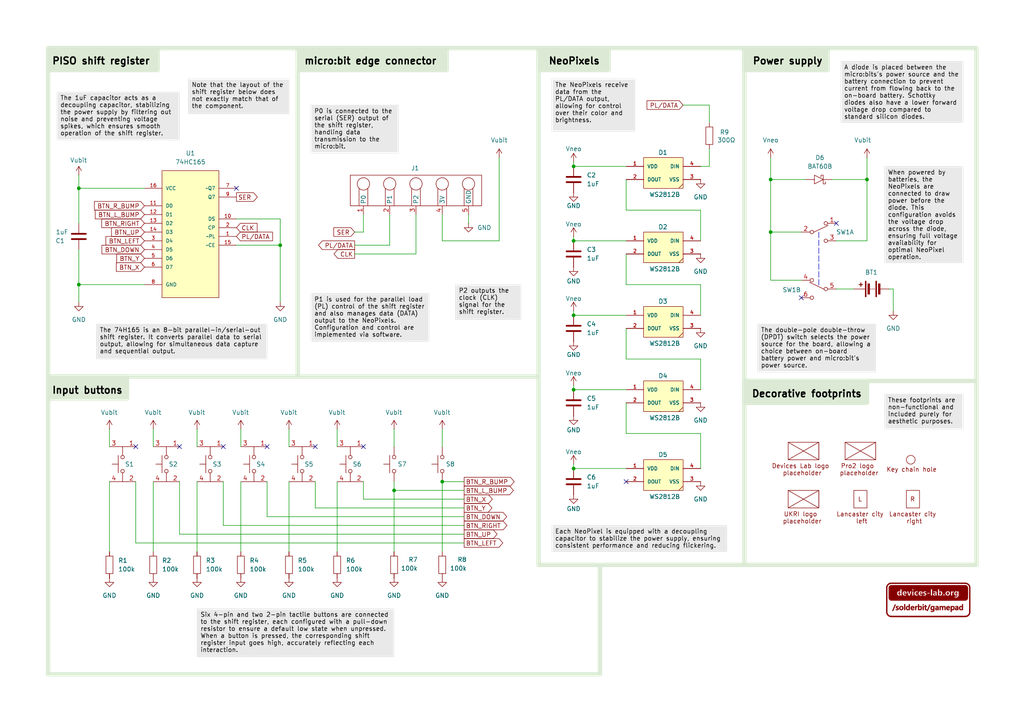
<source format=kicad_sch>
(kicad_sch (version 20231120) (generator "eeschema") (generator_version "8.0")
  (paper "A4")
  (title_block (title "solder:bit Gamepad") (date "2024-07-04") (rev "v0.6") (company "Lancaster Univeristy Devices Lab") (comment 1 "Aron Eggens"))
  (lib_symbols
    (symbol "Capacitor_1" (pin_numbers hide) (pin_names (offset 0.254))
      (property "Reference" "C" (at 4.064 1.27 0))
      (property "Value" "1uF" (at 3.048 -1.27 0))
      (symbol "Capacitor_1_1_1"
        (pin passive line (at 0 3.81 270) (length 2.794) (name "~") (number "1"))
        (pin passive line (at 0 -3.81 90) (length 2.794) (name "~") (number "2"))
      )
    )
    (symbol "Device:Battery" (pin_numbers hide) (pin_names (offset 0) hide)
      (property "Reference" "BT" (at 2.54 2.54 0))
      (property "Value" "Battery" (at 2.54 0 0))
      (symbol "Battery_1_1"
        (pin passive line (at 0 5.08 270) (length 2.54) (name "+") (number "1"))
        (pin passive line (at 0 -5.08 90) (length 2.54) (name "-") (number "2"))
      )
    )
    (symbol "Devices_Lab:LOGO" (pin_names (offset 1.016)))
    (symbol "NeoPixel_WS2812B_1" (pin_names (offset 1.016))
      (property "Reference" "D" (at -0.762 8.382 0))
      (property "Value" "WS2812B" (at -0.254 -3.81 0))
      (symbol "NeoPixel_WS2812B_1_1_0"
        (pin power_in line (at -11.43 5.08 0) (length 5.08) (name "VDD") (number "1"))
        (pin output line (at -11.43 1.27 0) (length 5.08) (name "DOUT") (number "2"))
        (pin power_in line (at 10.16 1.27 180) (length 5.08) (name "VSS") (number "3"))
        (pin input line (at 10.16 5.08 180) (length 5.08) (name "DIN") (number "4"))
      )
    )
    (symbol "NeoPixel_WS2812B_2" (pin_names (offset 1.016))
      (property "Reference" "D" (at -0.762 8.382 0))
      (property "Value" "WS2812B" (at -0.254 -3.81 0))
      (symbol "NeoPixel_WS2812B_2_1_0"
        (pin power_in line (at -11.43 5.08 0) (length 5.08) (name "VDD") (number "1"))
        (pin output line (at -11.43 1.27 0) (length 5.08) (name "DOUT") (number "2"))
        (pin power_in line (at 10.16 1.27 180) (length 5.08) (name "VSS") (number "3"))
        (pin input line (at 10.16 5.08 180) (length 5.08) (name "DIN") (number "4"))
      )
    )
    (symbol "NeoPixel_WS2812B_3" (pin_names (offset 1.016))
      (property "Reference" "D" (at -0.762 8.382 0))
      (property "Value" "WS2812B" (at -0.254 -3.81 0))
      (symbol "NeoPixel_WS2812B_3_1_0"
        (pin power_in line (at -11.43 5.08 0) (length 5.08) (name "VDD") (number "1"))
        (pin output line (at -11.43 1.27 0) (length 5.08) (name "DOUT") (number "2"))
        (pin power_in line (at 10.16 1.27 180) (length 5.08) (name "VSS") (number "3"))
        (pin input line (at 10.16 5.08 180) (length 5.08) (name "DIN") (number "4"))
      )
    )
    (symbol "NeoPixel_WS2812B_4" (pin_names (offset 1.016))
      (property "Reference" "D" (at -0.762 8.382 0))
      (property "Value" "WS2812B" (at -0.254 -3.81 0))
      (symbol "NeoPixel_WS2812B_4_1_0"
        (pin power_in line (at -11.43 5.08 0) (length 5.08) (name "VDD") (number "1"))
        (pin output line (at -11.43 1.27 0) (length 5.08) (name "DOUT") (number "2"))
        (pin power_in line (at 10.16 1.27 180) (length 5.08) (name "VSS") (number "3"))
        (pin input line (at 10.16 5.08 180) (length 5.08) (name "DIN") (number "4"))
      )
    )
    (symbol "Solderbit_Gamepad:Capacitor" (pin_numbers hide) (pin_names (offset 0.254))
      (property "Reference" "C" (at 4.064 1.27 0))
      (property "Value" "1uF" (at 3.048 -1.27 0))
      (symbol "Capacitor_1_1"
        (pin passive line (at 0 3.81 270) (length 2.794) (name "~") (number "1"))
        (pin passive line (at 0 -3.81 90) (length 2.794) (name "~") (number "2"))
      )
    )
    (symbol "Solderbit_Gamepad:Devices-Lab_Logo_Placeholder" (in_bom no)
      (symbol "Devices-Lab_Logo_Placeholder_1_1"
        (text "Devices Lab logo \nplaceholder" (at 0.254 -9.144 0) (effects (font (size 1.27 1.27))))
      )
    )
    (symbol "Solderbit_Gamepad:Key_Chain_Hole" (in_bom no)
      (symbol "Key_Chain_Hole_1_1"
        (text "Key chain hole" (at 0.254 -5.334 0) (effects (font (size 1.27 1.27))))
      )
    )
    (symbol "Solderbit_Gamepad:LSS_Left" (in_bom no)
      (symbol "LSS_Left_1_1"
        (text "L" (at 0.508 -3.81 0) (effects (font (size 1.27 1.27))))
        (text "Lancaster city \nleft" (at 1.016 -9.144 0) (effects (font (size 1.27 1.27))))
      )
    )
    (symbol "Solderbit_Gamepad:LSS_Right" (in_bom no)
      (symbol "LSS_Right_1_1"
        (text "Lancaster city \nright" (at 1.016 -9.144 0) (effects (font (size 1.27 1.27))))
        (text "R" (at 0.508 -3.81 0) (effects (font (size 1.27 1.27))))
      )
    )
    (symbol "Solderbit_Gamepad:Microbit_Edge_Connector" (in_bom no)
      (property "Reference" "J" (at -0.254 7.112 0))
      (symbol "Microbit_Edge_Connector_1_1"
        (pin bidirectional line (at -15.24 -6.35 90) (length 2.54) (name "P0") (number "1"))
        (pin bidirectional line (at -7.62 -6.35 90) (length 2.54) (name "P1") (number "2"))
        (pin bidirectional line (at 0 -6.35 90) (length 2.54) (name "P2") (number "3"))
        (pin power_out line (at 7.62 -6.35 90) (length 2.54) (name "3V") (number "4"))
        (pin power_out line (at 15.24 -6.35 90) (length 2.54) (name "GND") (number "5"))
      )
    )
    (symbol "Solderbit_Gamepad:NeoPixel_WS2812B" (pin_names (offset 1.016))
      (property "Reference" "D" (at -0.762 8.382 0))
      (property "Value" "WS2812B" (at -0.254 -3.81 0))
      (symbol "NeoPixel_WS2812B_1_0"
        (pin power_in line (at -11.43 5.08 0) (length 5.08) (name "VDD") (number "1"))
        (pin output line (at -11.43 1.27 0) (length 5.08) (name "DOUT") (number "2"))
        (pin power_in line (at 10.16 1.27 180) (length 5.08) (name "VSS") (number "3"))
        (pin input line (at 10.16 5.08 180) (length 5.08) (name "DIN") (number "4"))
      )
    )
    (symbol "Solderbit_Gamepad:Pro2_Logo_Placeholder" (in_bom no)
      (symbol "Pro2_Logo_Placeholder_1_1"
        (text "Pro2 logo \nplaceholder" (at 0.254 -9.144 0) (effects (font (size 1.27 1.27))))
      )
    )
    (symbol "Solderbit_Gamepad:Resistor" (pin_numbers hide) (pin_names (offset 0))
      (property "Reference" "R2" (at -2.54 1.2701 0))
      (symbol "Resistor_1_1"
        (pin passive line (at 0 3.81 270) (length 1.27) (name "~") (number "1"))
        (pin passive line (at 0 -3.81 90) (length 1.27) (name "~") (number "2"))
      )
    )
    (symbol "Solderbit_Gamepad:Schottky_Diode" (pin_numbers hide) (pin_names (offset 1.016) hide)
      (property "Reference" "D" (at 0 2.54 0))
      (property "Value" "BAT60B" (at 0 -3.048 0))
      (symbol "Schottky_Diode_1_1"
        (pin passive line (at -3.81 0 0) (length 2.54) (name "K") (number "1"))
        (pin passive line (at 3.81 0 180) (length 2.54) (name "A") (number "2"))
      )
    )
    (symbol "Solderbit_Gamepad:Shift_Register_74HC165D" (pin_names (offset 1.016))
      (property "Reference" "U" (at -12.7 22.86 0))
      (property "Value" "74HC165D,653" (at -11.43 -19.05 0))
      (symbol "Shift_Register_74HC165D_0_0"
        (pin input line (at 8.89 2.54 180) (length 5.08) (name "~PL") (number "1"))
        (pin input line (at 8.89 7.62 180) (length 5.08) (name "DS") (number "10"))
        (pin input line (at -17.78 11.43 0) (length 5.08) (name "D0") (number "11"))
        (pin input line (at -17.78 8.89 0) (length 5.08) (name "D1") (number "12"))
        (pin input line (at -17.78 6.35 0) (length 5.08) (name "D2") (number "13"))
        (pin input line (at -17.78 3.81 0) (length 5.08) (name "D3") (number "14"))
        (pin input line (at 8.89 0 180) (length 5.08) (name "~CE") (number "15"))
        (pin power_in line (at -17.78 16.51 0) (length 5.08) (name "VCC") (number "16"))
        (pin input line (at 8.89 5.08 180) (length 5.08) (name "CP") (number "2"))
        (pin input line (at -17.78 1.27 0) (length 5.08) (name "D4") (number "3"))
        (pin input line (at -17.78 -1.27 0) (length 5.08) (name "D5") (number "4"))
        (pin input line (at -17.78 -3.81 0) (length 5.08) (name "D6") (number "5"))
        (pin input line (at -17.78 -6.35 0) (length 5.08) (name "D7") (number "6"))
        (pin output line (at 8.89 16.51 180) (length 5.08) (name "~Q7") (number "7"))
        (pin passive line (at -17.78 -11.43 0) (length 5.08) (name "GND") (number "8"))
        (pin output line (at 8.89 13.97 180) (length 5.08) (name "Q7") (number "9"))
      )
    )
    (symbol "Solderbit_Gamepad:Sliding_Switch_DPDT" (pin_names (offset 0) hide)
      (property "Reference" "SW" (at 0 5.08 0))
      (symbol "Sliding_Switch_DPDT_1_1"
        (pin passive line (at 5.08 2.54 180) (length 2.54) (name "A") (number "1"))
        (pin passive line (at -5.08 0 0) (length 2.54) (name "B") (number "2"))
        (pin passive line (at 5.08 -2.54 180) (length 2.54) (name "C") (number "3"))
      )
      (symbol "Sliding_Switch_DPDT_2_1"
        (pin passive line (at 5.08 2.54 180) (length 2.54) (name "A") (number "4"))
        (pin passive line (at -5.08 0 0) (length 2.54) (name "B") (number "5"))
        (pin passive line (at 5.08 -2.54 180) (length 2.54) (name "C") (number "6"))
      )
    )
    (symbol "Solderbit_Gamepad:Tactile_Switch_2_Pin" (pin_numbers hide) (pin_names (offset 1.016) hide)
      (property "Reference" "S" (at 1.016 0 0))
      (symbol "Tactile_Switch_2_Pin_1_1"
        (pin passive line (at 0 5.08 270) (length 2.54) (name "1") (number "1"))
        (pin passive line (at 0 -5.08 90) (length 2.54) (name "2") (number "2"))
      )
    )
    (symbol "Solderbit_Gamepad:Tactile_Switch_4_Pin" (pin_names (offset 1.016))
      (property "Reference" "S" (at -3.302 -0.762 0))
      (symbol "Tactile_Switch_4_Pin_1_1"
        (pin passive line (at -3.81 5.08 0) (length 2.54) (name "") (number "1"))
        (pin passive line (at -3.81 -5.08 0) (length 2.54) (name "") (number "2"))
        (pin passive line (at 3.81 5.08 180) (length 2.54) (name "") (number "3"))
        (pin passive line (at 3.81 -5.08 180) (length 2.54) (name "") (number "4"))
      )
    )
    (symbol "Solderbit_Gamepad:UKRI_Logo_Placeholder" (in_bom no)
      (symbol "UKRI_Logo_Placeholder_1_1"
        (text "UKRI logo \nplaceholder" (at 0.254 -9.144 0) (effects (font (size 1.27 1.27))))
      )
    )
    (symbol "Tactile_Switch_2_Pin_1" (pin_numbers hide) (pin_names (offset 1.016) hide)
      (property "Reference" "S" (at 1.016 0 0))
      (symbol "Tactile_Switch_2_Pin_1_1_1"
        (pin passive line (at 0 5.08 270) (length 2.54) (name "1") (number "1"))
        (pin passive line (at 0 -5.08 90) (length 2.54) (name "2") (number "2"))
      )
    )
    (symbol "power:+3V0" (power) (pin_numbers hide) (pin_names (offset 0) hide)
      (property "Value" "+3V0" (at 0 3.556 0))
      (symbol "+3V0_1_1"
        (pin power_in line (at 0 0 90) (length 0) (name "~") (number "1"))
      )
    )
    (symbol "power:GND" (power) (pin_numbers hide) (pin_names (offset 0) hide)
      (property "Value" "GND" (at 0 -3.81 0))
      (symbol "GND_1_1"
        (pin power_in line (at 0 0 270) (length 0) (name "~") (number "1"))
      )
    )
  )
  (junction (at 251.46 52.07))
  (junction (at 166.37 91.44))
  (junction (at 223.52 67.31))
  (junction (at 223.52 52.07))
  (junction (at 22.86 82.55))
  (junction (at 22.86 54.61))
  (junction (at 166.37 113.03))
  (junction (at 81.28 71.12))
  (junction (at 166.37 69.85))
  (junction (at 166.37 135.89))
  (junction (at 128.27 139.7))
  (junction (at 166.37 48.26))
  (junction (at 114.3 142.24))
  (no_connect (at 105.41 129.54))
  (no_connect (at 242.57 64.77))
  (no_connect (at 181.61 139.7))
  (no_connect (at 91.44 129.54))
  (no_connect (at 64.77 129.54))
  (no_connect (at 232.41 86.36))
  (no_connect (at 39.37 129.54))
  (no_connect (at 52.07 129.54))
  (no_connect (at 68.58 54.61))
  (no_connect (at 77.47 129.54))
  (wire (pts (xy 57.15 124.46) (xy 57.15 129.54)))
  (wire (pts (xy 203.2 104.14) (xy 203.2 113.03)))
  (wire (pts (xy 114.3 142.24) (xy 114.3 160.02)))
  (wire (pts (xy 166.37 46.99) (xy 166.37 48.26)))
  (wire (pts (xy 69.85 139.7) (xy 69.85 160.02)))
  (wire (pts (xy 181.61 52.07) (xy 181.61 60.96)))
  (wire (pts (xy 166.37 69.85) (xy 181.61 69.85)))
  (wire (pts (xy 52.07 139.7) (xy 52.07 154.94)))
  (wire (pts (xy 205.74 43.18) (xy 205.74 48.26)))
  (wire (pts (xy 166.37 135.89) (xy 181.61 135.89)))
  (wire (pts (xy 181.61 104.14) (xy 203.2 104.14)))
  (wire (pts (xy 241.3 52.07) (xy 251.46 52.07)))
  (wire (pts (xy 223.52 81.28) (xy 232.41 81.28)))
  (polyline (pts (xy 13.97 195.58) (xy 173.99 195.58)) (stroke (width 1.27) (type solid) (color 220 234 213 1)))
  (polyline (pts (xy 13.97 13.97) (xy 156.21 13.97)) (stroke (width 1.27) (type solid) (color 220 234 213 1)))
  (wire (pts (xy 128.27 139.7) (xy 128.27 160.02)))
  (wire (pts (xy 22.86 72.39) (xy 22.86 82.55)))
  (wire (pts (xy 120.65 62.23) (xy 120.65 73.66)))
  (wire (pts (xy 69.85 124.46) (xy 69.85 129.54)))
  (wire (pts (xy 259.08 83.82) (xy 259.08 90.17)))
  (wire (pts (xy 120.65 73.66) (xy 102.87 73.66)))
  (wire (pts (xy 203.2 125.73) (xy 203.2 135.89)))
  (wire (pts (xy 128.27 69.85) (xy 144.78 69.85)))
  (wire (pts (xy 128.27 124.46) (xy 128.27 129.54)))
  (wire (pts (xy 77.47 139.7) (xy 77.47 149.86)))
  (wire (pts (xy 166.37 134.62) (xy 166.37 135.89)))
  (wire (pts (xy 68.58 71.12) (xy 81.28 71.12)))
  (wire (pts (xy 181.61 125.73) (xy 203.2 125.73)))
  (wire (pts (xy 166.37 90.17) (xy 166.37 91.44)))
  (wire (pts (xy 166.37 111.76) (xy 166.37 113.03)))
  (wire (pts (xy 83.82 139.7) (xy 83.82 160.02)))
  (wire (pts (xy 44.45 124.46) (xy 44.45 129.54)))
  (wire (pts (xy 22.86 54.61) (xy 22.86 64.77)))
  (wire (pts (xy 64.77 152.4) (xy 134.62 152.4)))
  (wire (pts (xy 39.37 139.7) (xy 39.37 157.48)))
  (wire (pts (xy 113.03 71.12) (xy 102.87 71.12)))
  (polyline (pts (xy 156.21 13.97) (xy 283.21 13.97)) (stroke (width 1.27) (type solid) (color 220 234 213 1)))
  (wire (pts (xy 44.45 139.7) (xy 44.45 160.02)))
  (wire (pts (xy 232.41 67.31) (xy 223.52 67.31)))
  (wire (pts (xy 97.79 124.46) (xy 97.79 129.54)))
  (wire (pts (xy 223.52 52.07) (xy 223.52 67.31)))
  (wire (pts (xy 64.77 139.7) (xy 64.77 152.4)))
  (polyline (pts (xy 13.97 13.97) (xy 13.97 109.22)) (stroke (width 1.27) (type solid) (color 220 234 213 1)))
  (wire (pts (xy 81.28 63.5) (xy 81.28 71.12)))
  (wire (pts (xy 91.44 139.7) (xy 91.44 147.32)))
  (wire (pts (xy 41.91 54.61) (xy 22.86 54.61)))
  (polyline (pts (xy 13.97 109.22) (xy 156.21 109.22)) (stroke (width 1.27) (type solid) (color 220 234 213 1)))
  (wire (pts (xy 114.3 139.7) (xy 114.3 142.24)))
  (wire (pts (xy 134.62 157.48) (xy 39.37 157.48)))
  (wire (pts (xy 102.87 67.31) (xy 105.41 67.31)))
  (wire (pts (xy 113.03 62.23) (xy 113.03 71.12)))
  (wire (pts (xy 83.82 124.46) (xy 83.82 129.54)))
  (polyline (pts (xy 173.99 163.83) (xy 173.99 195.58)) (stroke (width 1.27) (type solid) (color 220 234 213 1)))
  (wire (pts (xy 166.37 113.03) (xy 181.61 113.03)))
  (wire (pts (xy 203.2 82.55) (xy 203.2 91.44)))
  (wire (pts (xy 97.79 139.7) (xy 97.79 160.02)))
  (wire (pts (xy 166.37 68.58) (xy 166.37 69.85)))
  (wire (pts (xy 68.58 63.5) (xy 81.28 63.5)))
  (wire (pts (xy 22.86 54.61) (xy 22.86 50.8)))
  (polyline (pts (xy 13.97 107.95) (xy 13.97 195.58)) (stroke (width 1.27) (type solid) (color 220 234 213 1)))
  (wire (pts (xy 105.41 67.31) (xy 105.41 62.23)))
  (wire (pts (xy 128.27 139.7) (xy 134.62 139.7)))
  (wire (pts (xy 166.37 91.44) (xy 181.61 91.44)))
  (wire (pts (xy 223.52 67.31) (xy 223.52 81.28)))
  (wire (pts (xy 223.52 52.07) (xy 233.68 52.07)))
  (wire (pts (xy 181.61 60.96) (xy 203.2 60.96)))
  (wire (pts (xy 81.28 71.12) (xy 81.28 87.63)))
  (wire (pts (xy 77.47 149.86) (xy 134.62 149.86)))
  (wire (pts (xy 57.15 139.7) (xy 57.15 160.02)))
  (wire (pts (xy 181.61 73.66) (xy 181.61 82.55)))
  (polyline (pts (xy 215.9 110.49) (xy 283.21 110.49)) (stroke (width 1.27) (type solid) (color 220 234 213 1)))
  (wire (pts (xy 128.27 69.85) (xy 128.27 62.23)))
  (wire (pts (xy 242.57 69.85) (xy 251.46 69.85)))
  (polyline (pts (xy 283.21 13.97) (xy 283.21 163.83)) (stroke (width 1.27) (type solid) (color 220 234 213 1)))
  (wire (pts (xy 114.3 124.46) (xy 114.3 129.54)))
  (polyline (pts (xy 237.49 67.31) (xy 237.489 82.8714)) (stroke (width 0) (type dash)))
  (wire (pts (xy 52.07 154.94) (xy 134.62 154.94)))
  (wire (pts (xy 203.2 60.96) (xy 203.2 69.85)))
  (wire (pts (xy 114.3 142.24) (xy 134.62 142.24)))
  (wire (pts (xy 251.46 45.72) (xy 251.46 52.07)))
  (polyline (pts (xy 156.21 163.83) (xy 215.9 163.83)) (stroke (width 1.27) (type solid) (color 220 234 213 1)))
  (wire (pts (xy 205.74 48.26) (xy 203.2 48.26)))
  (wire (pts (xy 166.37 48.26) (xy 181.61 48.26)))
  (wire (pts (xy 31.75 124.46) (xy 31.75 129.54)))
  (wire (pts (xy 31.75 139.7) (xy 31.75 160.02)))
  (polyline (pts (xy 215.9 13.97) (xy 215.9 163.83)) (stroke (width 1.27) (type solid) (color 220 234 213 1)))
  (wire (pts (xy 41.91 82.55) (xy 22.86 82.55)))
  (wire (pts (xy 144.78 45.72) (xy 144.78 69.85)))
  (wire (pts (xy 105.41 139.7) (xy 105.41 144.78)))
  (polyline (pts (xy 215.9 163.83) (xy 283.21 163.83)) (stroke (width 1.27) (type solid) (color 220 234 213 1)))
  (polyline (pts (xy 86.36 13.97) (xy 86.36 109.22)) (stroke (width 1.27) (type solid) (color 220 234 213 1)))
  (wire (pts (xy 205.74 30.48) (xy 198.12 30.48)))
  (wire (pts (xy 223.52 45.72) (xy 223.52 52.07)))
  (wire (pts (xy 91.44 147.32) (xy 134.62 147.32)))
  (wire (pts (xy 181.61 95.25) (xy 181.61 104.14)))
  (wire (pts (xy 105.41 144.78) (xy 134.62 144.78)))
  (wire (pts (xy 242.57 83.82) (xy 247.65 83.82)))
  (wire (pts (xy 181.61 82.55) (xy 203.2 82.55)))
  (wire (pts (xy 22.86 82.55) (xy 22.86 87.63)))
  (wire (pts (xy 257.81 83.82) (xy 259.08 83.82)))
  (wire (pts (xy 135.89 62.23) (xy 135.89 64.77)))
  (wire (pts (xy 205.74 35.56) (xy 205.74 30.48)))
  (wire (pts (xy 251.46 52.07) (xy 251.46 69.85)))
  (wire (pts (xy 181.61 116.84) (xy 181.61 125.73)))
  (polyline (pts (xy 156.21 13.97) (xy 156.21 163.83)) (stroke (width 1.27) (type solid) (color 220 234 213 1)))
  (rectangle (start 13.97 13.97) (end 45.72 20.32) (stroke (width 1.27) (color 220 234 213 1)) (fill (type color) (color 220 234 213 1)))
  (rectangle (start 13.97 109.22) (end 36.83 115.57) (stroke (width 1.27) (color 220 234 213 1)) (fill (type color) (color 220 234 213 1)))
  (rectangle (start 215.9 110.49) (end 251.46 116.84) (stroke (width 1.27) (color 220 234 213 1)) (fill (type color) (color 220 234 213 1)))
  (rectangle (start 156.21 13.97) (end 176.53 20.32) (stroke (width 1.27) (color 220 234 213 1)) (fill (type color) (color 220 234 213 1)))
  (rectangle (start 86.36 13.97) (end 129.54 20.32) (stroke (width 1.27) (color 220 234 213 1)) (fill (type color) (color 220 234 213 1)))
  (rectangle (start 215.9 13.97) (end 240.03 20.32) (stroke (width 1.27) (color 220 234 213 1)) (fill (type color) (color 220 234 213 1)))
  (text_box "P0 is connected to the serial (SER) output of the shift register, handling data transmission to the micro:bit." (at 90.17 30.48 0) (size 25.4 13.97) (stroke (width 0) (color 233 233 233 1)) (fill (type color) (color 233 233 233 1)) (effects (font (size 1.27 1.27)) (justify left top)))
  (text_box "The NeoPixels receive data from the PL/DATA output, allowing for control over their color and brightness." (at 160.02 22.86 0) (size 24.13 15.24) (stroke (width 0) (color 233 233 233 1)) (fill (type color) (color 233 233 233 1)) (effects (font (size 1.27 1.27)) (justify left top)))
  (text_box "When powered by batteries, the NeoPixels are connected to draw power before the diode. This configuration avoids the voltage drop across the diode, ensuring full voltage availability for optimal NeoPixel operation." (at 256.54 48.26 0) (size 22.86 27.94) (stroke (width 0) (color 233 233 233 1)) (fill (type color) (color 233 233 233 1)) (effects (font (size 1.27 1.27)) (justify left top)))
  (text_box "P2 outputs the clock (CLK) signal for the shift register." (at 132.08 82.55 0) (size 19.05 10.16) (stroke (width 0) (color 233 233 233 1)) (fill (type color) (color 233 233 233 1)) (effects (font (size 1.27 1.27)) (justify left top)))
  (text_box "P1 is used for the parallel load (PL) control of the shift register and also manages data (DATA) output to the NeoPixels. Configuration and control are implemented via software." (at 90.17 85.09 0) (size 34.29 13.97) (stroke (width 0) (color 233 233 233 1)) (fill (type color) (color 233 233 233 1)) (effects (font (size 1.27 1.27)) (justify left top)))
  (text_box "The 74H165 is an 8-bit parallel-in/serial-out shift register. It converts parallel data to serial output, allowing for simultaneous data capture and sequential output. " (at 27.94 93.98 0) (size 49.53 10.16) (stroke (width 0) (color 233 233 233 1)) (fill (type color) (color 233 233 233 1)) (effects (font (size 1.27 1.27)) (justify left top)))
  (text_box "The double-pole double-throw (DPDT) switch selects the power source for the board, allowing a choice between on-board battery power and micro:bit's power source." (at 219.71 93.98 0) (size 34.29 13.97) (stroke (width 0) (color 233 233 233 1)) (fill (type color) (color 233 233 233 1)) (effects (font (size 1.27 1.27)) (justify left top)))
  (text_box "Each NeoPixel is equipped with a decoupling capacitor to stabilize the power supply, ensuring consistent performance and reducing flickering." (at 160.02 152.4 0) (size 50.8 7.62) (stroke (width 0) (color 233 233 233 1)) (fill (type color) (color 233 233 233 1)) (effects (font (size 1.27 1.27)) (justify left top)))
  (text_box "Six 4-pin and two 2-pin tactile buttons are connected to the shift register, each configured with a pull-down resistor to ensure a default low state when unpressed. When a button is pressed, the corresponding shift register input goes high, accurately reflecting each interaction." (at 57.15 176.53 0) (size 57.15 13.97) (stroke (width 0) (color 233 233 233 1)) (fill (type color) (color 233 233 233 1)) (effects (font (size 1.27 1.27)) (justify left top)))
  (text_box "These footprints are non-functional and included purely for aesthetic purposes." (at 256.54 114.3 0) (size 22.86 10.16) (stroke (width 0) (color 233 233 233 1)) (fill (type color) (color 233 233 233 1)) (effects (font (size 1.27 1.27)) (justify left top)))
  (text_box "A diode is placed between the micro:bits's power source and the battery connection to prevent current from flowing back to the on-board battery. Schottky diodes also have a lower forward voltage drop compared to standard silicon diodes." (at 243.84 17.78 0) (size 35.56 17.78) (stroke (width 0) (color 233 233 233 1)) (fill (type color) (color 233 233 233 1)) (effects (font (size 1.27 1.27)) (justify left top)))
  (text_box "The 1uF capacitor acts as a decoupling capacitor, stabilizing the power supply by filtering out noise and preventing voltage spikes, which ensures smooth operation of the shift register." (at 16.51 26.67 0) (size 35.56 13.97) (stroke (width 0) (color 233 233 233 1)) (fill (type color) (color 233 233 233 1)) (effects (font (size 1.27 1.27)) (justify left top)))
  (text_box "Note that the layout of the shift register below does not exactly match that of the component." (at 54.61 22.86 0) (size 29.21 10.16) (stroke (width 0) (color 233 233 233 1)) (fill (type color) (color 233 233 233 1)) (effects (font (size 1.27 1.27)) (justify left top)))
  (text "NeoPixels" (at 159.004 19.05 0) (effects (font (size 2 2) (thickness 0.4) (bold yes)) (justify left bottom)))
  (text "Input buttons" (at 14.986 114.554 0) (effects (font (size 2 2) (thickness 0.4) (bold yes)) (justify left bottom)))
  (text "Power supply" (at 218.186 19.05 0) (effects (font (size 2 2) (thickness 0.4) (bold yes)) (justify left bottom)))
  (text "micro:bit edge connector " (at 88.138 19.05 0) (effects (font (size 2 2) (thickness 0.4) (bold yes)) (justify left bottom)))
  (text "Decorative footprints" (at 217.932 115.57 0) (effects (font (size 2 2) (thickness 0.4) (bold yes)) (justify left bottom)))
  (text "PISO shift register" (at 14.986 19.05 0) (effects (font (size 2 2) (thickness 0.4) (bold yes)) (justify left bottom)))
  (global_label "BTN_R_BUMP" (shape output) (at 134.62 139.7 0) (property "Intersheetrefs" "${INTERSHEET_REFS}" (effects (hide yes))))
  (global_label "BTN_UP" (shape input) (at 41.91 67.31 180) (property "Intersheetrefs" "${INTERSHEET_REFS}" (effects (hide yes))))
  (global_label "SER" (shape output) (at 68.58 57.15 0) (property "Intersheetrefs" "${INTERSHEET_REFS}" (effects (hide yes))))
  (global_label "BTN_Y" (shape input) (at 41.91 74.93 180) (property "Intersheetrefs" "${INTERSHEET_REFS}" (effects (hide yes))))
  (global_label "BTN_RIGHT" (shape output) (at 134.62 152.4 0) (property "Intersheetrefs" "${INTERSHEET_REFS}" (effects (hide yes))))
  (global_label "CLK" (shape input) (at 68.58 66.04 0) (property "Intersheetrefs" "${INTERSHEET_REFS}" (effects (hide yes))))
  (global_label "BTN_LEFT" (shape input) (at 41.91 69.85 180) (property "Intersheetrefs" "${INTERSHEET_REFS}" (effects (hide yes))))
  (global_label "BTN_DOWN" (shape output) (at 134.62 149.86 0) (property "Intersheetrefs" "${INTERSHEET_REFS}" (effects (hide yes))))
  (global_label "BTN_X" (shape input) (at 41.91 77.47 180) (property "Intersheetrefs" "${INTERSHEET_REFS}" (effects (hide yes))))
  (global_label "BTN_DOWN" (shape input) (at 41.91 72.39 180) (property "Intersheetrefs" "${INTERSHEET_REFS}" (effects (hide yes))))
  (global_label "PL{slash}DATA" (shape input) (at 198.12 30.48 180) (property "Intersheetrefs" "${INTERSHEET_REFS}" (effects (hide yes))))
  (global_label "BTN_L_BUMP" (shape output) (at 134.62 142.24 0) (property "Intersheetrefs" "${INTERSHEET_REFS}" (effects (hide yes))))
  (global_label "SER" (shape input) (at 102.87 67.31 180) (property "Intersheetrefs" "${INTERSHEET_REFS}" (effects (hide yes))))
  (global_label "BTN_LEFT" (shape output) (at 134.62 157.48 0) (property "Intersheetrefs" "${INTERSHEET_REFS}" (effects (hide yes))))
  (global_label "BTN_L_BUMP" (shape input) (at 41.91 62.23 180) (property "Intersheetrefs" "${INTERSHEET_REFS}" (effects (hide yes))))
  (global_label "PL{slash}DATA" (shape input) (at 68.58 68.58 0) (property "Intersheetrefs" "${INTERSHEET_REFS}" (effects (hide yes))))
  (global_label "BTN_Y" (shape output) (at 134.62 147.32 0) (property "Intersheetrefs" "${INTERSHEET_REFS}" (effects (hide yes))))
  (global_label "PL{slash}DATA" (shape output) (at 102.87 71.12 180) (property "Intersheetrefs" "${INTERSHEET_REFS}" (effects (hide yes))))
  (global_label "BTN_UP" (shape output) (at 134.62 154.94 0) (property "Intersheetrefs" "${INTERSHEET_REFS}" (effects (hide yes))))
  (global_label "CLK" (shape output) (at 102.87 73.66 180) (property "Intersheetrefs" "${INTERSHEET_REFS}" (effects (hide yes))))
  (global_label "BTN_RIGHT" (shape input) (at 41.91 64.77 180) (property "Intersheetrefs" "${INTERSHEET_REFS}" (effects (hide yes))))
  (global_label "BTN_X" (shape output) (at 134.62 144.78 0) (property "Intersheetrefs" "${INTERSHEET_REFS}" (effects (hide yes))))
  (global_label "BTN_R_BUMP" (shape input) (at 41.91 59.69 180) (property "Intersheetrefs" "${INTERSHEET_REFS}" (effects (hide yes))))
  (symbol (lib_id "Solderbit_Gamepad:Resistor") (at 83.82 163.83 0) (mirror y) (unit 1)
    (property "Reference" "R5" (at 86.36 162.56 0) (effects (justify right)))
    (property "Value" "100k" (at 86.36 165.0999 0) (effects (justify right)))
    (property "Footprint" "Solderbit_Gamepad:1206_Resistor" (effects (hide yes)))
    (property "Description" "Resistor" (effects (hide yes)))
  )
  (symbol (lib_id "power:GND") (at 203.2 139.7 0) (unit 1)
    (property "Reference" "#PWR015" (effects (hide yes)))
    (property "Value" "GND" (at 203.2 144.78 0))
    (property "Description" "Power symbol creates a global label with name \"GND\" , ground" (effects (hide yes)))
  )
  (symbol (lib_id "power:GND") (at 83.82 167.64 0) (mirror y) (unit 1)
    (property "Reference" "#PWR034" (effects (hide yes)))
    (property "Value" "GND" (at 83.82 172.72 0))
    (property "Description" "Power symbol creates a global label with name \"GND\" , ground" (effects (hide yes)))
  )
  (symbol (lib_id "power:GND") (at 114.3 167.64 0) (mirror y) (unit 1)
    (property "Reference" "#PWR038" (effects (hide yes)))
    (property "Value" "GND" (at 114.3 172.72 0))
    (property "Description" "Power symbol creates a global label with name \"GND\" , ground" (effects (hide yes)))
  )
  (symbol (lib_id "Solderbit_Gamepad:LSS_Right") (at 264.16 140.97 0) (unit 1) (in_bom no)
    (property "Reference" "G6" (effects (hide yes)))
    (property "Footprint" "Solderbit_Gamepad:LSS_R" (effects (hide yes)))
  )
  (symbol (lib_id "power:+3V0") (at 251.46 45.72 0) (unit 1)
    (property "Reference" "#PWR025" (effects (hide yes)))
    (property "Value" "Vubit" (at 250.19 40.64 0))
    (property "Description" "Power symbol creates a global label with name \"+3V0\"" (effects (hide yes)))
  )
  (symbol (lib_id "Solderbit_Gamepad:Tactile_Switch_4_Pin") (at 48.26 134.62 0) (mirror y) (unit 1)
    (property "Reference" "S2" (at 51.562 135.382 0) (effects (justify left bottom)))
    (property "Value" "TS-1002S-AR06026" (effects (hide yes)))
    (property "Footprint" "Solderbit_Gamepad:Tactile_Switch" (effects (hide yes)))
    (property "Description" "Tactile switch button, 4 pins" (effects (hide yes)))
  )
  (symbol (lib_id "power:GND") (at 166.37 55.88 0) (unit 1)
    (property "Reference" "#PWR08" (effects (hide yes)))
    (property "Value" "GND" (at 166.37 59.69 0))
    (property "Description" "Power symbol creates a global label with name \"GND\" , ground" (effects (hide yes)))
  )
  (symbol (lib_id "Solderbit_Gamepad:Devices-Lab_Logo_Placeholder") (at 232.41 127 0) (unit 1) (in_bom no)
    (property "Reference" "G1" (effects (hide yes)))
    (property "Footprint" "Solderbit_Gamepad:Devices-Lab_Logo_H9mm" (effects (hide yes)))
  )
  (symbol (lib_id "Solderbit_Gamepad:Tactile_Switch_4_Pin") (at 73.66 134.62 0) (mirror y) (unit 1)
    (property "Reference" "S4" (at 76.962 135.382 0) (effects (justify left bottom)))
    (property "Value" "TS-1002S-AR06026" (effects (hide yes)))
    (property "Footprint" "Solderbit_Gamepad:Tactile_Switch" (effects (hide yes)))
    (property "Description" "Tactile switch button, 4 pins" (effects (hide yes)))
  )
  (symbol (lib_id "Solderbit_Gamepad:Tactile_Switch_2_Pin") (at 128.27 134.62 0) (unit 1)
    (property "Reference" "S8" (at 129.286 134.62 0) (effects (justify left)))
    (property "Value" "TS-1037-A4B3-D2" (effects (hide yes)))
    (property "Footprint" "Solderbit_Gamepad:Tactile_Switch_Right_90_Degrees" (effects (hide yes)))
    (property "Description" "Push button switch, generic, two pins" (effects (hide yes)))
  )
  (symbol (lib_name "Tactile_Switch_2_Pin_1") (lib_id "Solderbit_Gamepad:Tactile_Switch_2_Pin") (at 114.3 134.62 0) (unit 1)
    (property "Reference" "S7" (at 115.316 134.62 0) (effects (justify left)))
    (property "Value" "TS-1037-A4B3-D2" (effects (hide yes)))
    (property "Footprint" "Solderbit_Gamepad:Tactile_Switch_Left_90_Degrees" (effects (hide yes)))
    (property "Description" "Push button switch, generic, two pins" (effects (hide yes)))
  )
  (symbol (lib_id "Solderbit_Gamepad:Capacitor") (at 166.37 52.07 0) (unit 1)
    (property "Reference" "C2" (at 170.18 50.7999 0) (effects (justify left)))
    (property "Value" "1uF" (at 170.18 53.3399 0) (effects (justify left)))
    (property "Footprint" "Solderbit_Gamepad:1206_Capacitor" (effects (hide yes)))
    (property "Description" "Unpolarized capacitor" (effects (hide yes)))
  )
  (symbol (lib_id "power:+3V0") (at 22.86 50.8 0) (unit 1)
    (property "Reference" "#PWR03" (effects (hide yes)))
    (property "Value" "Vubit" (at 20.32 46.482 0) (effects (justify left)))
    (property "Description" "Power symbol creates a global label with name \"+3V0\"" (effects (hide yes)))
  )
  (symbol (lib_id "Solderbit_Gamepad:Resistor") (at 57.15 163.83 0) (mirror y) (unit 1)
    (property "Reference" "R3" (at 59.69 162.56 0) (effects (justify right)))
    (property "Value" "100k" (at 59.69 165.0999 0) (effects (justify right)))
    (property "Footprint" "Solderbit_Gamepad:1206_Resistor" (effects (hide yes)))
    (property "Description" "Resistor" (effects (hide yes)))
  )
  (symbol (lib_id "Solderbit_Gamepad:Resistor") (at 31.75 163.83 0) (mirror y) (unit 1)
    (property "Reference" "R1" (at 34.29 162.5599 0) (effects (justify right)))
    (property "Value" "100k" (at 34.29 165.0999 0) (effects (justify right)))
    (property "Footprint" "Solderbit_Gamepad:1206_Resistor" (effects (hide yes)))
    (property "Description" "Resistor" (effects (hide yes)))
  )
  (symbol (lib_id "Solderbit_Gamepad:Key_Chain_Hole") (at 264.16 130.81 0) (unit 1) (in_bom no)
    (property "Reference" "G3" (effects (hide yes)))
    (property "Footprint" "Solderbit_Gamepad:Key_Chain_Hole" (effects (hide yes)))
  )
  (symbol (lib_id "Solderbit_Gamepad:Sliding_Switch_DPDT") (at 237.49 83.82 0) (mirror y) (unit 2)
    (property "Reference" "SW1" (at 229.616 84.074 0))
    (property "Value" "MST22D18G2 125" (effects (hide yes)))
    (property "Footprint" "Solderbit_Gamepad:Sliding_Switch_DPDT" (effects (hide yes)))
    (property "Description" "Switch, dual pole double throw, separate symbols" (effects (hide yes)))
  )
  (symbol (lib_id "Solderbit_Gamepad:Shift_Register_74HC165D") (at 59.69 71.12 0) (unit 1)
    (property "Reference" "U1" (at 55.245 44.45 0))
    (property "Value" "74HC165" (at 55.245 46.99 0))
    (property "Footprint" "Solderbit_Gamepad:Shift_Register_74HC165D" (effects (hide yes)))
    (property "Description" "Parallel in, serial out (PISO) shift register" (effects (hide yes)))
  )
  (symbol (lib_id "power:+3V0") (at 166.37 68.58 0) (unit 1)
    (property "Reference" "#PWR020" (effects (hide yes)))
    (property "Value" "Vneo" (at 166.37 65.024 0))
    (property "Description" "Power symbol creates a global label with name \"+3V0\"" (effects (hide yes)))
  )
  (symbol (lib_id "power:GND") (at 259.08 90.17 0) (unit 1)
    (property "Reference" "#PWR09" (effects (hide yes)))
    (property "Value" "GND" (at 259.08 95.25 0))
    (property "Description" "Power symbol creates a global label with name \"GND\" , ground" (effects (hide yes)))
  )
  (symbol (lib_id "Solderbit_Gamepad:Microbit_Edge_Connector") (at 120.65 55.88 0) (unit 1) (in_bom no)
    (property "Reference" "J1" (at 120.396 48.768 0))
    (property "Value" "Microbit" (effects (hide yes)))
    (property "Footprint" "Solderbit_Gamepad:Microbit_Edge_Connector" (effects (hide yes)))
    (property "Description" "Custom designed edge connector for the micro:bit" (effects (hide yes)))
  )
  (symbol (lib_name "NeoPixel_WS2812B_3") (lib_id "Solderbit_Gamepad:NeoPixel_WS2812B") (at 193.04 96.52 0) (unit 1)
    (property "Reference" "D3" (at 192.278 88.138 0) (effects (justify bottom)))
    (property "Value" "WS2812B" (at 192.786 100.33 0) (effects (justify bottom)))
    (property "Footprint" "Solderbit_Gamepad:NeoPixel_WS2812B" (effects (hide yes)))
    (property "Description" "NeoPixel (WS2812B)" (effects (hide yes)))
  )
  (symbol (lib_id "power:GND") (at 69.85 167.64 0) (mirror y) (unit 1)
    (property "Reference" "#PWR033" (effects (hide yes)))
    (property "Value" "GND" (at 69.85 172.72 0))
    (property "Description" "Power symbol creates a global label with name \"GND\" , ground" (effects (hide yes)))
  )
  (symbol (lib_id "power:GND") (at 166.37 99.06 0) (unit 1)
    (property "Reference" "#PWR013" (effects (hide yes)))
    (property "Value" "GND" (at 166.37 102.87 0))
    (property "Description" "Power symbol creates a global label with name \"GND\" , ground" (effects (hide yes)))
  )
  (symbol (lib_id "power:+3V0") (at 69.85 124.46 0) (mirror y) (unit 1)
    (property "Reference" "#PWR029" (effects (hide yes)))
    (property "Value" "Vubit" (at 67.31 119.634 0) (effects (justify right)))
    (property "Description" "Power symbol creates a global label with name \"+3V0\"" (effects (hide yes)))
  )
  (symbol (lib_id "Solderbit_Gamepad:Capacitor") (at 166.37 95.25 0) (unit 1)
    (property "Reference" "C4" (at 170.18 93.9799 0) (effects (justify left)))
    (property "Value" "1uF" (at 170.18 96.5199 0) (effects (justify left)))
    (property "Footprint" "Solderbit_Gamepad:1206_Capacitor" (effects (hide yes)))
    (property "Description" "Unpolarized capacitor" (effects (hide yes)))
  )
  (symbol (lib_id "power:GND") (at 57.15 167.64 0) (mirror y) (unit 1)
    (property "Reference" "#PWR032" (effects (hide yes)))
    (property "Value" "GND" (at 57.15 172.72 0))
    (property "Description" "Power symbol creates a global label with name \"GND\" , ground" (effects (hide yes)))
  )
  (symbol (lib_id "Solderbit_Gamepad:Capacitor") (at 166.37 139.7 0) (unit 1)
    (property "Reference" "C6" (at 170.18 138.4299 0) (effects (justify left)))
    (property "Value" "1uF" (at 170.18 140.9699 0) (effects (justify left)))
    (property "Footprint" "Solderbit_Gamepad:1206_Capacitor" (effects (hide yes)))
    (property "Description" "Unpolarized capacitor" (effects (hide yes)))
  )
  (symbol (lib_id "Devices_Lab:LOGO") (at 269.24 173.99 0) (unit 1) (exclude_from_sim yes) (in_bom no) (on_board no)
    (property "Reference" "#G2" (effects (hide yes)))
    (property "Value" "LOGO" (effects (hide yes)))
  )
  (symbol (lib_id "power:GND") (at 44.45 167.64 0) (mirror y) (unit 1)
    (property "Reference" "#PWR031" (effects (hide yes)))
    (property "Value" "GND" (at 44.45 172.72 0))
    (property "Description" "Power symbol creates a global label with name \"GND\" , ground" (effects (hide yes)))
  )
  (symbol (lib_id "Solderbit_Gamepad:Resistor") (at 114.3 163.83 0) (mirror x) (unit 1)
    (property "Reference" "R7" (at 121.158 162.3061 0) (effects (justify right)))
    (property "Value" "100k" (at 121.158 164.846 0) (effects (justify right)))
    (property "Footprint" "Solderbit_Gamepad:1206_Resistor" (effects (hide yes)))
    (property "Description" "Resistor" (effects (hide yes)))
  )
  (symbol (lib_id "power:GND") (at 166.37 77.47 0) (unit 1)
    (property "Reference" "#PWR012" (effects (hide yes)))
    (property "Value" "GND" (at 166.37 81.534 0))
    (property "Description" "Power symbol creates a global label with name \"GND\" , ground" (effects (hide yes)))
  )
  (symbol (lib_id "Solderbit_Gamepad:UKRI_Logo_Placeholder") (at 232.41 140.97 0) (unit 1) (in_bom no)
    (property "Reference" "G4" (effects (hide yes)))
    (property "Footprint" "Solderbit_Gamepad:UKRI_Logo" (effects (hide yes)))
  )
  (symbol (lib_id "Solderbit_Gamepad:Resistor") (at 69.85 163.83 0) (mirror y) (unit 1)
    (property "Reference" "R4" (at 72.39 162.56 0) (effects (justify right)))
    (property "Value" "100k" (at 72.39 165.0999 0) (effects (justify right)))
    (property "Footprint" "Solderbit_Gamepad:1206_Resistor" (effects (hide yes)))
    (property "Description" "Resistor" (effects (hide yes)))
  )
  (symbol (lib_id "power:+3V0") (at 166.37 90.17 0) (unit 1)
    (property "Reference" "#PWR021" (effects (hide yes)))
    (property "Value" "Vneo" (at 166.37 86.614 0))
    (property "Description" "Power symbol creates a global label with name \"+3V0\"" (effects (hide yes)))
  )
  (symbol (lib_id "Solderbit_Gamepad:Resistor") (at 205.74 39.37 180) (unit 1)
    (property "Reference" "R9" (at 208.788 38.354 0) (effects (justify right)))
    (property "Value" "300Ω" (at 208.026 40.64 0) (effects (justify right)))
    (property "Footprint" "Solderbit_Gamepad:1206_Resistor" (effects (hide yes)))
    (property "Description" "Resistor" (effects (hide yes)))
  )
  (symbol (lib_id "power:+3V0") (at 166.37 46.99 0) (unit 1)
    (property "Reference" "#PWR019" (effects (hide yes)))
    (property "Value" "Vneo" (at 166.37 43.18 0))
    (property "Description" "Power symbol creates a global label with name \"+3V0\"" (effects (hide yes)))
  )
  (symbol (lib_id "power:GND") (at 203.2 116.84 0) (unit 1)
    (property "Reference" "#PWR05" (effects (hide yes)))
    (property "Value" "GND" (at 203.2 121.92 0))
    (property "Description" "Power symbol creates a global label with name \"GND\" , ground" (effects (hide yes)))
  )
  (symbol (lib_id "Solderbit_Gamepad:Tactile_Switch_4_Pin") (at 101.6 134.62 0) (mirror y) (unit 1)
    (property "Reference" "S6" (at 104.902 135.382 0) (effects (justify left bottom)))
    (property "Value" "TS-1002S-AR06026" (effects (hide yes)))
    (property "Footprint" "Solderbit_Gamepad:Tactile_Switch" (effects (hide yes)))
    (property "Description" "Tactile switch button, 4 pins" (effects (hide yes)))
  )
  (symbol (lib_id "power:GND") (at 135.89 64.77 0) (unit 1)
    (property "Reference" "#PWR011" (effects (hide yes)))
    (property "Value" "GND" (at 138.43 66.0399 0) (effects (justify left)))
    (property "Description" "Power symbol creates a global label with name \"GND\" , ground" (effects (hide yes)))
  )
  (symbol (lib_id "Solderbit_Gamepad:Capacitor") (at 166.37 116.84 0) (unit 1)
    (property "Reference" "C5" (at 170.18 115.5699 0) (effects (justify left)))
    (property "Value" "1uF" (at 170.18 118.1099 0) (effects (justify left)))
    (property "Footprint" "Solderbit_Gamepad:1206_Capacitor" (effects (hide yes)))
    (property "Description" "Unpolarized capacitor" (effects (hide yes)))
  )
  (symbol (lib_id "power:GND") (at 22.86 87.63 0) (unit 1)
    (property "Reference" "#PWR04" (effects (hide yes)))
    (property "Value" "GND" (at 22.86 92.71 0))
    (property "Description" "Power symbol creates a global label with name \"GND\" , ground" (effects (hide yes)))
  )
  (symbol (lib_id "power:GND") (at 166.37 143.51 0) (unit 1)
    (property "Reference" "#PWR016" (effects (hide yes)))
    (property "Value" "GND" (at 166.37 147.574 0))
    (property "Description" "Power symbol creates a global label with name \"GND\" , ground" (effects (hide yes)))
  )
  (symbol (lib_id "power:GND") (at 31.75 167.64 0) (mirror y) (unit 1)
    (property "Reference" "#PWR02" (effects (hide yes)))
    (property "Value" "GND" (at 31.75 172.72 0))
    (property "Description" "Power symbol creates a global label with name \"GND\" , ground" (effects (hide yes)))
  )
  (symbol (lib_id "Solderbit_Gamepad:LSS_Left") (at 248.92 140.97 0) (unit 1) (in_bom no)
    (property "Reference" "G5" (effects (hide yes)))
    (property "Footprint" "Solderbit_Gamepad:LSS_L" (effects (hide yes)))
  )
  (symbol (lib_id "power:+3V0") (at 83.82 124.46 0) (mirror y) (unit 1)
    (property "Reference" "#PWR030" (effects (hide yes)))
    (property "Value" "Vubit" (at 81.28 119.634 0) (effects (justify right)))
    (property "Description" "Power symbol creates a global label with name \"+3V0\"" (effects (hide yes)))
  )
  (symbol (lib_name "Capacitor_1") (lib_id "Solderbit_Gamepad:Capacitor") (at 22.86 68.58 180) (unit 1)
    (property "Reference" "C1" (at 18.796 69.85 0) (effects (justify left)))
    (property "Value" "1uF" (at 19.812 67.31 0) (effects (justify left)))
    (property "Footprint" "Solderbit_Gamepad:1206_Capacitor" (effects (hide yes)))
    (property "Description" "Unpolarized capacitor" (effects (hide yes)))
  )
  (symbol (lib_id "Solderbit_Gamepad:NeoPixel_WS2812B") (at 193.04 140.97 0) (unit 1)
    (property "Reference" "D5" (at 192.278 132.588 0) (effects (justify bottom)))
    (property "Value" "WS2812B" (at 192.786 144.78 0) (effects (justify bottom)))
    (property "Footprint" "Solderbit_Gamepad:NeoPixel_WS2812B" (effects (hide yes)))
    (property "Description" "NeoPixel (WS2812B)" (effects (hide yes)))
  )
  (symbol (lib_id "power:GND") (at 128.27 167.64 0) (mirror y) (unit 1)
    (property "Reference" "#PWR039" (effects (hide yes)))
    (property "Value" "GND" (at 128.27 172.72 0))
    (property "Description" "Power symbol creates a global label with name \"GND\" , ground" (effects (hide yes)))
  )
  (symbol (lib_id "power:+3V0") (at 44.45 124.46 0) (mirror y) (unit 1)
    (property "Reference" "#PWR027" (effects (hide yes)))
    (property "Value" "Vubit" (at 41.91 119.634 0) (effects (justify right)))
    (property "Description" "Power symbol creates a global label with name \"+3V0\"" (effects (hide yes)))
  )
  (symbol (lib_id "Device:Battery") (at 252.73 83.82 90) (unit 1)
    (property "Reference" "BT1" (at 252.73 78.994 90))
    (property "Value" "BH-AAA-B5AA001" (effects (hide yes)))
    (property "Footprint" "Solderbit_Gamepad:Battery_Holder" (effects (hide yes)))
    (property "Description" "Multiple-cell battery" (effects (hide yes)))
  )
  (symbol (lib_id "power:+3V0") (at 128.27 124.46 0) (mirror y) (unit 1)
    (property "Reference" "#PWR040" (effects (hide yes)))
    (property "Value" "Vubit" (at 125.73 119.634 0) (effects (justify right)))
    (property "Description" "Power symbol creates a global label with name \"+3V0\"" (effects (hide yes)))
  )
  (symbol (lib_id "Solderbit_Gamepad:Resistor") (at 44.45 163.83 0) (mirror y) (unit 1)
    (property "Reference" "R2" (at 46.99 162.56 0) (effects (justify right)))
    (property "Value" "100k" (at 46.99 165.0999 0) (effects (justify right)))
    (property "Footprint" "Solderbit_Gamepad:1206_Resistor" (effects (hide yes)))
    (property "Description" "Resistor" (effects (hide yes)))
  )
  (symbol (lib_name "NeoPixel_WS2812B_4") (lib_id "Solderbit_Gamepad:NeoPixel_WS2812B") (at 193.04 118.11 0) (unit 1)
    (property "Reference" "D4" (at 192.278 109.728 0) (effects (justify bottom)))
    (property "Value" "WS2812B" (at 192.786 121.92 0) (effects (justify bottom)))
    (property "Footprint" "Solderbit_Gamepad:NeoPixel_WS2812B" (effects (hide yes)))
    (property "Description" "NeoPixel (WS2812B)" (effects (hide yes)))
  )
  (symbol (lib_id "power:+3V0") (at 31.75 124.46 0) (mirror y) (unit 1)
    (property "Reference" "#PWR026" (effects (hide yes)))
    (property "Value" "Vubit" (at 29.21 119.634 0) (effects (justify right)))
    (property "Description" "Power symbol creates a global label with name \"+3V0\"" (effects (hide yes)))
  )
  (symbol (lib_id "power:GND") (at 203.2 52.07 0) (unit 1)
    (property "Reference" "#PWR018" (effects (hide yes)))
    (property "Value" "GND" (at 203.2 57.15 0))
    (property "Description" "Power symbol creates a global label with name \"GND\" , ground" (effects (hide yes)))
  )
  (symbol (lib_id "Solderbit_Gamepad:Tactile_Switch_4_Pin") (at 87.63 134.62 0) (mirror y) (unit 1)
    (property "Reference" "S5" (at 90.932 135.382 0) (effects (justify left bottom)))
    (property "Value" "TS-1002S-AR06026" (effects (hide yes)))
    (property "Footprint" "Solderbit_Gamepad:Tactile_Switch" (effects (hide yes)))
    (property "Description" "Tactile switch button, 4 pins" (effects (hide yes)))
  )
  (symbol (lib_id "power:GND") (at 97.79 167.64 0) (mirror y) (unit 1)
    (property "Reference" "#PWR036" (effects (hide yes)))
    (property "Value" "GND" (at 97.79 172.72 0))
    (property "Description" "Power symbol creates a global label with name \"GND\" , ground" (effects (hide yes)))
  )
  (symbol (lib_id "power:+3V0") (at 114.3 124.46 0) (mirror y) (unit 1)
    (property "Reference" "#PWR037" (effects (hide yes)))
    (property "Value" "Vubit" (at 111.76 119.634 0) (effects (justify right)))
    (property "Description" "Power symbol creates a global label with name \"+3V0\"" (effects (hide yes)))
  )
  (symbol (lib_id "Solderbit_Gamepad:Tactile_Switch_4_Pin") (at 35.56 134.62 0) (mirror y) (unit 1)
    (property "Reference" "S1" (at 38.862 135.382 0) (effects (justify left bottom)))
    (property "Value" "TS-1002S-AR06026" (effects (hide yes)))
    (property "Footprint" "Solderbit_Gamepad:Tactile_Switch" (effects (hide yes)))
    (property "Description" "Tactile switch button, 4 pins" (effects (hide yes)))
  )
  (symbol (lib_id "Solderbit_Gamepad:Capacitor") (at 166.37 73.66 0) (unit 1)
    (property "Reference" "C3" (at 170.18 72.3899 0) (effects (justify left)))
    (property "Value" "1uF" (at 170.18 74.9299 0) (effects (justify left)))
    (property "Footprint" "Solderbit_Gamepad:1206_Capacitor" (effects (hide yes)))
    (property "Description" "Unpolarized capacitor" (effects (hide yes)))
  )
  (symbol (lib_id "Solderbit_Gamepad:Tactile_Switch_4_Pin") (at 60.96 134.62 0) (mirror y) (unit 1)
    (property "Reference" "S3" (at 64.262 135.382 0) (effects (justify left bottom)))
    (property "Value" "TS-1002S-AR06026" (effects (hide yes)))
    (property "Footprint" "Solderbit_Gamepad:Tactile_Switch" (effects (hide yes)))
    (property "Description" "Tactile switch button, 4 pins" (effects (hide yes)))
  )
  (symbol (lib_id "Solderbit_Gamepad:Schottky_Diode") (at 237.49 52.07 180) (unit 1)
    (property "Reference" "D6" (at 237.8075 45.72 0))
    (property "Value" "BAT60B" (at 237.8075 48.26 0))
    (property "Footprint" "Solderbit_Gamepad:Schottky_Diode_SOD-323" (effects (hide yes)))
    (property "Description" "Schottky diode" (effects (hide yes)))
  )
  (symbol (lib_id "power:GND") (at 203.2 73.66 0) (unit 1)
    (property "Reference" "#PWR017" (effects (hide yes)))
    (property "Value" "GND" (at 203.2 78.74 0))
    (property "Description" "Power symbol creates a global label with name \"GND\" , ground" (effects (hide yes)))
  )
  (symbol (lib_id "power:+3V0") (at 166.37 134.62 0) (unit 1)
    (property "Reference" "#PWR023" (effects (hide yes)))
    (property "Value" "Vneo" (at 166.37 131.064 0))
    (property "Description" "Power symbol creates a global label with name \"+3V0\"" (effects (hide yes)))
  )
  (symbol (lib_id "power:+3V0") (at 223.52 45.72 0) (unit 1)
    (property "Reference" "#PWR024" (effects (hide yes)))
    (property "Value" "Vneo" (at 223.52 40.64 0))
    (property "Description" "Power symbol creates a global label with name \"+3V0\"" (effects (hide yes)))
  )
  (symbol (lib_id "power:+3V0") (at 97.79 124.46 0) (mirror y) (unit 1)
    (property "Reference" "#PWR035" (effects (hide yes)))
    (property "Value" "Vubit" (at 95.25 119.634 0) (effects (justify right)))
    (property "Description" "Power symbol creates a global label with name \"+3V0\"" (effects (hide yes)))
  )
  (symbol (lib_id "Solderbit_Gamepad:Resistor") (at 97.79 163.83 0) (mirror y) (unit 1)
    (property "Reference" "R6" (at 100.33 162.56 0) (effects (justify right)))
    (property "Value" "100k" (at 100.33 165.0999 0) (effects (justify right)))
    (property "Footprint" "Solderbit_Gamepad:1206_Resistor" (effects (hide yes)))
    (property "Description" "Resistor" (effects (hide yes)))
  )
  (symbol (lib_id "power:+3V0") (at 166.37 111.76 0) (unit 1)
    (property "Reference" "#PWR022" (effects (hide yes)))
    (property "Value" "Vneo" (at 166.37 108.204 0))
    (property "Description" "Power symbol creates a global label with name \"+3V0\"" (effects (hide yes)))
  )
  (symbol (lib_id "Solderbit_Gamepad:Pro2_Logo_Placeholder") (at 248.92 127 0) (unit 1) (in_bom no)
    (property "Reference" "G2" (effects (hide yes)))
    (property "Footprint" "Solderbit_Gamepad:Pro2_Logo" (effects (hide yes)))
  )
  (symbol (lib_id "power:GND") (at 203.2 95.25 0) (unit 1)
    (property "Reference" "#PWR06" (effects (hide yes)))
    (property "Value" "GND" (at 203.2 100.33 0))
    (property "Description" "Power symbol creates a global label with name \"GND\" , ground" (effects (hide yes)))
  )
  (symbol (lib_id "power:+3V0") (at 144.78 45.72 0) (unit 1)
    (property "Reference" "#PWR010" (effects (hide yes)))
    (property "Value" "Vubit" (at 144.78 40.64 0))
    (property "Description" "Power symbol creates a global label with name \"+3V0\"" (effects (hide yes)))
  )
  (symbol (lib_id "power:+3V0") (at 57.15 124.46 0) (mirror y) (unit 1)
    (property "Reference" "#PWR028" (effects (hide yes)))
    (property "Value" "Vubit" (at 54.61 119.634 0) (effects (justify right)))
    (property "Description" "Power symbol creates a global label with name \"+3V0\"" (effects (hide yes)))
  )
  (symbol (lib_name "NeoPixel_WS2812B_1") (lib_id "Solderbit_Gamepad:NeoPixel_WS2812B") (at 193.04 53.34 0) (unit 1)
    (property "Reference" "D1" (at 192.278 44.958 0) (effects (justify bottom)))
    (property "Value" "WS2812B" (at 192.786 57.15 0) (effects (justify bottom)))
    (property "Footprint" "Solderbit_Gamepad:NeoPixel_WS2812B" (effects (hide yes)))
    (property "Description" "NeoPixel (WS2812B)" (effects (hide yes)))
  )
  (symbol (lib_id "power:GND") (at 81.28 87.63 0) (unit 1)
    (property "Reference" "#PWR07" (effects (hide yes)))
    (property "Value" "GND" (at 81.28 92.71 0))
    (property "Description" "Power symbol creates a global label with name \"GND\" , ground" (effects (hide yes)))
  )
  (symbol (lib_id "Solderbit_Gamepad:Sliding_Switch_DPDT") (at 237.49 67.31 0) (unit 1)
    (property "Reference" "SW1" (at 245.11 67.31 0))
    (property "Value" "MST22D18G2 125" (effects (hide yes)))
    (property "Footprint" "Solderbit_Gamepad:Sliding_Switch_DPDT" (effects (hide yes)))
    (property "Description" "Switch, dual pole double throw, separate symbols" (effects (hide yes)))
  )
  (symbol (lib_id "Solderbit_Gamepad:Resistor") (at 128.27 163.83 0) (mirror x) (unit 1)
    (property "Reference" "R8" (at 135.382 162.3061 0) (effects (justify right)))
    (property "Value" "100k" (at 135.382 164.846 0) (effects (justify right)))
    (property "Footprint" "Solderbit_Gamepad:1206_Resistor" (effects (hide yes)))
    (property "Description" "Resistor" (effects (hide yes)))
  )
  (symbol (lib_name "NeoPixel_WS2812B_2") (lib_id "Solderbit_Gamepad:NeoPixel_WS2812B") (at 193.04 74.93 0) (unit 1)
    (property "Reference" "D2" (at 192.278 66.548 0) (effects (justify bottom)))
    (property "Value" "WS2812B" (at 192.786 78.74 0) (effects (justify bottom)))
    (property "Footprint" "Solderbit_Gamepad:NeoPixel_WS2812B" (effects (hide yes)))
    (property "Description" "NeoPixel (WS2812B)" (effects (hide yes)))
  )
  (symbol (lib_id "power:GND") (at 166.37 120.65 0) (unit 1)
    (property "Reference" "#PWR014" (effects (hide yes)))
    (property "Value" "GND" (at 166.37 124.714 0))
    (property "Description" "Power symbol creates a global label with name \"GND\" , ground" (effects (hide yes)))
  )
)
</source>
